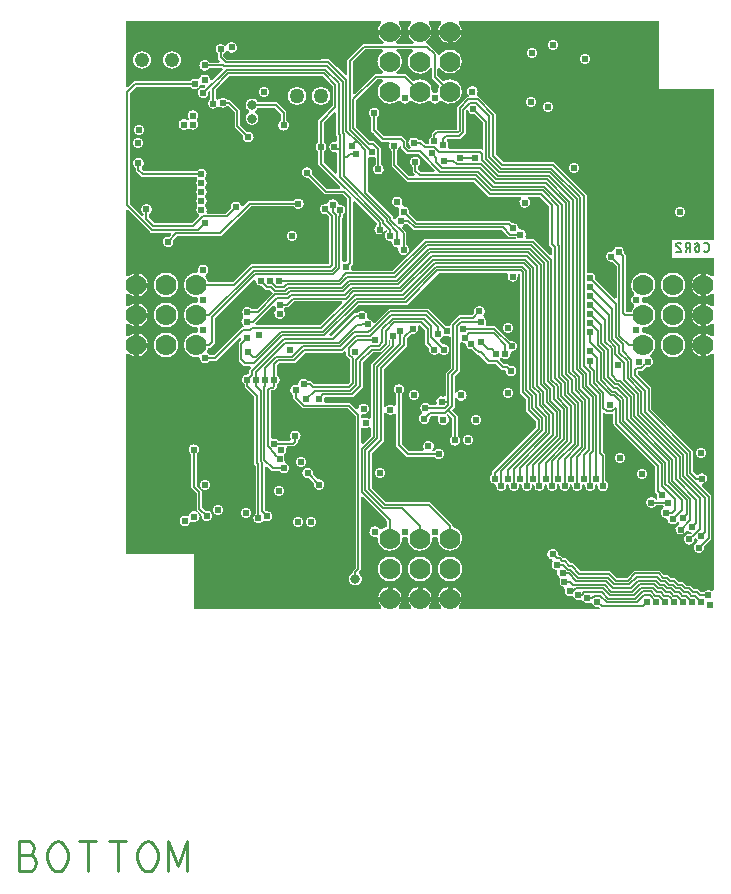
<source format=gbl>
G04 ================== begin FILE IDENTIFICATION RECORD ==================*
G04 Layout Name:  C:/Users/thebh/Desktop/dtf/git/clay/Circuit/R6_1/allegro/CLAYR6.brd*
G04 Film Name:    BOTTOM*
G04 File Format:  Gerber RS274X*
G04 File Origin:  Cadence Allegro 16.6-P004*
G04 Origin Date:  Sat Feb 13 14:58:59 2016*
G04 *
G04 Layer:  ETCH/BOTTOM*
G04 Layer:  PIN/BOTTOM*
G04 Layer:  VIA CLASS/BOTTOM*
G04 *
G04 Offset:    (0.00 0.00)*
G04 Mirror:    No*
G04 Mode:      Positive*
G04 Rotation:  0*
G04 FullContactRelief:  No*
G04 UndefLineWidth:     0.00*
G04 ================== end FILE IDENTIFICATION RECORD ====================*
%FSLAX25Y25*MOIN*%
%IR0*IPPOS*OFA0.00000B0.00000*MIA0B0*SFA1.00000B1.00000*%
%ADD14C,.05*%
%ADD13C,.032*%
%ADD10C,.024*%
%ADD11C,.07*%
%ADD12C,.048*%
%ADD15C,.01*%
%ADD16C,.016*%
%ADD17C,.006*%
%ADD21C,.06004*%
%ADD20C,.06204*%
%ADD19C,.03604*%
%ADD18C,.08204*%
G75*
%LPD*%
G75*
G36*
G01X-75398Y-97999D02*
Y-79798D01*
X-97999D01*
Y-13126D01*
G02X-97317Y-12842I400J0D01*
G03Y-7158I2817J2842D01*
G02X-97999Y-6874I-282J284D01*
G01Y-3126D01*
G02X-97317Y-2842I400J0D01*
G03Y2842I2817J2842D01*
G02X-97999Y3126I-282J284D01*
G01Y6874D01*
G02X-97317Y7158I400J0D01*
G03Y12842I2817J2842D01*
G02X-97999Y13126I-282J284D01*
G01Y34860D01*
G02X-97316Y35143I400J0D01*
G01X-89671Y27498D01*
X-83042D01*
G02X-82759Y26816I0J-400D01*
G01X-83432Y26143D01*
X-83537Y26165D01*
G03X-82135Y24763I-363J-1765D01*
G01X-82157Y24868D01*
X-80727Y26298D01*
X-66229D01*
X-56329Y36198D01*
X-42022D01*
G03Y38002I1560J902D01*
G01X-57075D01*
X-58870Y36207D01*
G02X-59543Y36401I-283J283D01*
G03X-63065Y35637I-1757J-401D01*
G01X-63043Y35532D01*
X-64773Y33802D01*
X-70748D01*
G02X-71121Y34347I0J400D01*
G03X-71481Y36228I-1679J654D01*
G02Y36772I293J272D01*
G03Y39228I-1319J1228D01*
G02Y39772I293J272D01*
G03Y42228I-1319J1228D01*
G02Y42772I293J272D01*
G03Y45228I-1319J1228D01*
G02Y45772I293J272D01*
G03X-74360Y47902I-1319J1228D01*
G01X-91927D01*
X-92661Y48636D01*
G02X-92636Y49224I283J283D01*
G03X-94702Y49040I-1164J1376D01*
G01Y48127D01*
X-92673Y46098D01*
X-74360D01*
G03X-74119Y45772I1560J901D01*
G02Y45228I-293J-272D01*
G03Y42772I1319J-1228D01*
G02Y42228I-293J-272D01*
G03Y39772I1319J-1228D01*
G02Y39228I-293J-272D01*
G03Y36772I1319J-1228D01*
G02Y36228I-293J-272D01*
G03X-73725Y33454I1319J-1228D01*
G02X-73647Y32827I-205J-344D01*
G01X-75973Y30502D01*
X-88427D01*
X-90198Y32273D01*
Y33640D01*
G03X-92002I-902J1560D01*
G01Y33344D01*
G02X-92684Y33061I-400J0D01*
G01X-96598Y36975D01*
Y74127D01*
X-94627Y76098D01*
X-76560D01*
G03X-73241Y76609I1560J902D01*
G02X-72641Y76863I390J-87D01*
G03X-71795Y76600I942J1537D01*
G02X-71533Y75918I-21J-399D01*
G01X-71720Y75731D01*
X-71825Y75753D01*
G03X-70423Y74351I-363J-1765D01*
G01X-70445Y74456D01*
X-70143Y74758D01*
G02X-69801Y74617I142J-141D01*
G01Y72060D01*
G03X-67442Y69440I901J-1560D01*
G02X-66841Y69493I324J-235D01*
G03X-64214Y69626I1251J1297D01*
G02X-63626Y69651I305J-258D01*
G01X-61702Y67727D01*
Y62527D01*
X-58943Y59768D01*
X-58965Y59663D01*
G03X-57563Y61065I1765J-363D01*
G01X-57668Y61043D01*
X-59898Y63273D01*
Y68473D01*
X-63117Y71692D01*
X-64030D01*
G03X-67048Y71850I-1560J-902D01*
G02X-67649Y71797I-324J235D01*
G03X-67998Y72060I-1251J-1297D01*
G01Y75127D01*
X-63512Y79614D01*
X-32286D01*
X-29002Y76329D01*
Y69673D01*
X-33802Y64873D01*
Y57529D01*
G03Y54409I902J-1560D01*
G01Y50127D01*
X-26389Y42714D01*
G02X-26672Y42032I-283J-282D01*
G01X-30858D01*
X-35857Y47031D01*
X-35835Y47137D01*
G03X-37237Y45735I-1765J363D01*
G01X-37132Y45757D01*
X-31604Y40228D01*
X-25733D01*
X-24116Y38612D01*
Y18155D01*
G02X-24550Y17757I-400J1D01*
G03X-25353Y17640I-148J-1796D01*
G02X-25898Y18013I-145J373D01*
G01Y32227D01*
X-25652Y32473D01*
Y33386D01*
G03X-26761Y36736I-902J1560D01*
G02X-27204Y37078I-47J397D01*
G03X-30719Y37328I-1784J-251D01*
G02X-31187Y37047I-385J110D01*
G03X-31199Y33520I-375J-1762D01*
G01X-31094Y33542D01*
X-30102Y32550D01*
Y16973D01*
X-30173Y16902D01*
X-56271D01*
X-62271Y10902D01*
X-70495D01*
X-70535Y11050D01*
G03X-71479Y12775I-3965J-1049D01*
G02X-71369Y13401I294J271D01*
G03X-73955Y14590I-831J1599D01*
G02X-74358Y14100I-389J-91D01*
G03Y5900I-142J-4100D01*
G02X-73955Y5410I14J-399D01*
G03Y4590I1755J-410D01*
G02X-74358Y4100I-389J-91D01*
G03Y-4100I-142J-4100D01*
G02X-73955Y-4590I14J-399D01*
G03Y-5410I1755J-410D01*
G02X-74358Y-5900I-389J-91D01*
G03X-73803Y-14042I-142J-4100D01*
G02X-73336Y-14429I67J-394D01*
G03X-69974Y-15294I1802J36D01*
G01X-67915D01*
X-60180Y-7560D01*
G02X-59498Y-7817I283J-283D01*
G03X-59465Y-8063I1798J116D01*
G01X-59443Y-8168D01*
X-60402Y-9127D01*
Y-15193D01*
X-58593Y-17002D01*
X-56542D01*
G02X-56259Y-17684I0J-400D01*
G01X-56924Y-18349D01*
Y-19405D01*
G02X-57357Y-19803I-400J0D01*
G03X-58408Y-23159I-150J-1796D01*
G01Y-24072D01*
X-55152Y-27328D01*
Y-49698D01*
X-54672Y-50179D01*
Y-66210D01*
G03X-52268Y-68766I902J-1560D01*
G02X-51729Y-68644I333J-221D01*
G03X-51163Y-65335I929J1544D01*
G01X-51268Y-65357D01*
X-51668Y-64957D01*
Y-50752D01*
G02X-50986Y-50469I400J0D01*
G01X-49413Y-52042D01*
X-47757D01*
X-47752Y-52046D01*
X-46839D01*
G03X-44825Y-49401I1560J901D01*
G02X-45092Y-48857I101J387D01*
G03X-45304Y-47074I-1658J707D01*
G02X-45204Y-46502I321J239D01*
G03X-44512Y-44370I-996J1502D01*
G02X-44137Y-43830I375J140D01*
G01X-41806D01*
X-40598Y-42623D01*
Y-41810D01*
G03X-42906Y-41377I-902J1560D01*
G02X-43218Y-42028I-312J-251D01*
G01X-44928D01*
X-44957Y-41998D01*
X-47008D01*
G03X-49204Y-41250I-1543J-931D01*
G02X-49750Y-40877I-146J373D01*
G01Y-25390D01*
X-49517Y-25158D01*
X-48683D01*
X-47598Y-24072D01*
Y-23159D01*
G03Y-20039I-901J1560D01*
G01Y-19126D01*
X-47602Y-19121D01*
Y-16673D01*
X-46931Y-16002D01*
X-41633D01*
X-38133Y-12502D01*
X-25631D01*
X-25184Y-12055D01*
G02X-24502Y-12338I282J-283D01*
G01Y-13543D01*
X-23272Y-14773D01*
Y-22297D01*
X-24087Y-23112D01*
X-35213D01*
X-36227Y-22098D01*
X-37140D01*
G03X-40502Y-22963I-1560J-902D01*
G02X-40992Y-23345I-400J8D01*
G03X-42302Y-26660I-408J-1755D01*
G01Y-27879D01*
X-39079Y-31102D01*
X-24054D01*
X-21402Y-33754D01*
Y-84227D01*
X-22402Y-85227D01*
Y-85991D01*
G03X-20198Y-86224I902J-2009D01*
G02X-20244Y-85619I237J322D01*
G01X-19598Y-84973D01*
Y-60842D01*
G02X-18916Y-60559I400J0D01*
G01X-10902Y-68573D01*
Y-70495D01*
X-11050Y-70535D01*
G03X-12775Y-71479I1049J-3965D01*
G02X-13401Y-71369I-271J294D01*
G03X-14590Y-73955I-1599J-831D01*
G02X-14100Y-74358I91J-389D01*
G03X-5900I4100J-142D01*
G02X-5410Y-73955I399J14D01*
G03X-4590I410J1755D01*
G02X-4100Y-74358I91J-389D01*
G03X4100I4100J-142D01*
G02X4590Y-73955I399J14D01*
G03X5410I410J1755D01*
G02X5900Y-74358I91J-389D01*
G03X11050Y-70535I4100J-142D01*
G01X10902Y-70495D01*
Y-69827D01*
X3375Y-62300D01*
X-11229D01*
X-15998Y-57531D01*
Y-45969D01*
X-11998Y-41969D01*
Y-32870D01*
G02X-11272Y-32640I400J-1D01*
G03X-8543Y-32892I1472J1040D01*
G02X-7864Y-33178I279J-286D01*
G01Y-43595D01*
X-4238Y-47222D01*
X4760D01*
G03Y-45418I1560J902D01*
G01X4113D01*
Y-45135D01*
X4172Y-45077D01*
G03X1399Y-44797I-1272J1277D01*
G02X1066Y-45418I-333J-221D01*
G01X-3492D01*
X-6062Y-42849D01*
Y-26421D01*
G03X-7864I-901J1560D01*
G01Y-30022D01*
G02X-8543Y-30308I-400J0D01*
G03X-11272Y-30560I-1257J-1292D01*
G02X-11998Y-30330I-326J231D01*
G01Y-18071D01*
X-4250Y-10322D01*
Y-7690D01*
X-2835Y-6276D01*
X-2730Y-6298D01*
G03X-688Y-3880I363J1765D01*
G02X-315Y-3334I373J146D01*
G01X-55D01*
X1780Y-5169D01*
Y-9754D01*
X3057Y-11032D01*
X3035Y-11137D01*
G03X6124Y-12722I1765J-363D01*
G02X6722Y-12733I294J-271D01*
G03X7726Y-9794I1367J1174D01*
G01X7621Y-9816D01*
X6584Y-8780D01*
G02X6706Y-8131I283J283D01*
G03X7622Y-7225I-725J1650D01*
G02X8189Y-7045I364J-165D01*
G03X9765Y-7165I911J1555D01*
G02X10312Y-7536I147J-371D01*
G01Y-11313D01*
X10298Y-11327D01*
Y-17527D01*
X8598Y-19227D01*
Y-26890D01*
G02X8035Y-27255I-400J0D01*
G03X5621Y-29553I-735J-1645D01*
G02X5248Y-30098I-373J-145D01*
G01X3460D01*
G03X718Y-32360I-1560J-902D01*
G02X645Y-33014I-263J-302D01*
G03X3265Y-34237I855J-1586D01*
G01X3243Y-34132D01*
X3673Y-33702D01*
X5890D01*
G02X6255Y-34265I0J-400D01*
G03X9191Y-33742I1645J-735D01*
G02X9194Y-33181I286J279D01*
G01X9400Y-32975D01*
X10798Y-34373D01*
Y-40240D01*
G03X12601I901J-1560D01*
G01Y-33627D01*
X10675Y-31700D01*
X11602Y-30773D01*
Y-28070D01*
G02X12328Y-27840I400J-1D01*
G03Y-25760I1472J1040D01*
G02X11602Y-25530I-326J231D01*
G01Y-20471D01*
X13302Y-18771D01*
Y-12571D01*
X13316Y-12557D01*
Y-9335D01*
G02X13939Y-9003I400J0D01*
G03X14820Y-9306I1007J1495D01*
G02X15192Y-9704I-28J-399D01*
G03X17357Y-11465I1802J4D01*
G01X17462Y-11443D01*
X18106Y-12086D01*
X18112D01*
X19389Y-13364D01*
X19891D01*
X22759Y-16232D01*
X25457D01*
X27401Y-18176D01*
X28247D01*
G02X28645Y-18609I0J-400D01*
G03X30078Y-16994I1796J-150D01*
G01X29973Y-17016D01*
X29329Y-16372D01*
X28147D01*
X26639Y-14864D01*
G02X26664Y-14276I283J283D01*
G03X26714Y-14231I-1180J1362D01*
G02X27259Y-14237I269J-296D01*
G03X30282Y-12661I1241J1307D01*
G02X30681Y-12202I395J59D01*
G03X30337Y-8635I19J1802D01*
G01X30232Y-8657D01*
X25212Y-3638D01*
X22315D01*
G02X21958Y-3058I0J400D01*
G03X21271Y-700I-1610J810D01*
G02X21189Y-77I204J344D01*
G03X18135Y819I-1289J1259D01*
G01X18157Y714D01*
X17297Y-146D01*
X12964D01*
X10312Y-2798D01*
Y-3444D01*
G02X9765Y-3815I-400J0D01*
G03X8736Y-3725I-665J-1675D01*
G01X8631Y-3747D01*
X2815Y2068D01*
X-10404D01*
X-15096Y-2623D01*
G02X-15750Y-2490I-283J283D01*
G03X-17219Y-1371I-1672J-672D01*
G02X-17560Y-870I45J397D01*
G03X-20860Y502I-1740J470D01*
G01X-21773D01*
X-29373Y-7098D01*
X-29858D01*
G02X-30141Y-6416I0J400D01*
G01X-20366Y3360D01*
X-4366D01*
X6273Y13998D01*
X28948D01*
G02X29321Y13453I0J-400D01*
G03X32679I1679J-653D01*
G02X33052Y13998I373J145D01*
G01X33227D01*
X33398Y13827D01*
Y-25937D01*
X35410Y-27949D01*
Y-31939D01*
X38698Y-35227D01*
Y-37627D01*
X24198Y-52127D01*
Y-52940D01*
G03X25033Y-56301I902J-1560D01*
G02X25415Y-56755I-14J-400D01*
G03X28944Y-56546I1785J-245D01*
G02X29154Y-56296I193J51D01*
G03X29233Y-56301I153J1796D01*
G02X29615Y-56755I-14J-400D01*
G03X33144Y-56546I1785J-245D01*
G02X33354Y-56296I193J51D01*
G03X33515Y-56302I148J1796D01*
G02X33915Y-56756I4J-400D01*
G03X37444Y-56546I1785J-244D01*
G02X37654Y-56296I193J51D01*
G03X37733Y-56301I153J1796D01*
G02X38115Y-56755I-14J-400D01*
G03X41644Y-56546I1785J-245D01*
G02X41854Y-56296I193J51D01*
G03X41933Y-56301I153J1796D01*
G02X42315Y-56755I-14J-400D01*
G03X45844Y-56546I1785J-245D01*
G02X46054Y-56296I193J51D01*
G03X46133Y-56301I153J1796D01*
G02X46515Y-56755I-14J-400D01*
G03X50044Y-56546I1785J-245D01*
G02X50254Y-56296I193J51D01*
G03X50333Y-56301I153J1796D01*
G02X50715Y-56755I-14J-400D01*
G03X54252Y-56577I1785J-245D01*
G02X54471Y-56331I194J48D01*
G03X54629Y-56345I238J1786D01*
G02X55010Y-56791I-16J-399D01*
G03X58544Y-56546I1790J-209D01*
G02X58754Y-56296I193J51D01*
G03X58833Y-56301I153J1796D01*
G02X59215Y-56755I-14J-400D01*
G03X61902Y-55440I1785J-245D01*
G01Y-46627D01*
X61002Y-45727D01*
Y-32912D01*
G02X61684Y-32629I400J0D01*
G01X62057Y-33002D01*
X64498D01*
Y-36369D01*
X64598Y-36469D01*
Y-36673D01*
X78484Y-50558D01*
Y-59058D01*
X79057Y-59632D01*
X79035Y-59737D01*
G03X79238Y-60999I1765J-363D01*
G02X78892Y-61598I-347J-199D01*
G01X78764D01*
X78705Y-61509D01*
G03X78760Y-63402I-1505J-991D01*
G01X81040D01*
G03X81281Y-63727I1559J904D01*
G02X81190Y-64345I-293J-273D01*
G03X82098Y-67702I910J-1555D01*
G02X82498Y-68102I0J-400D01*
G03X85758Y-69159I1802J2D01*
G02X86357Y-69105I323J-236D01*
G03X86421Y-69163I1242J1306D01*
G02X86312Y-69835I-262J-302D01*
G03X88710Y-72069I688J-1665D01*
G02X89391Y-71933I379J-127D01*
G03X90398Y-72517I1359J1183D01*
G01X90457Y-72529D01*
X90642Y-72713D01*
X90283Y-73072D01*
X90178Y-73050D01*
G03X91580Y-74452I-363J-1765D01*
G01X91558Y-74347D01*
X91858Y-74046D01*
X92037Y-74225D01*
X92051Y-74275D01*
G03X92602Y-75144I1734J490D01*
G02X92466Y-75825I-263J-302D01*
G03X94800Y-77172I569J-1710D01*
G01X94778Y-77067D01*
X97216Y-74628D01*
Y-60152D01*
X94028Y-56963D01*
G02X94254Y-56284I283J283D01*
G03X92658Y-53298I-254J1784D01*
G02X92077Y-53314I-298J267D01*
G01X91102Y-52339D01*
Y-45345D01*
X77202Y-31445D01*
Y-24335D01*
X72614Y-19747D01*
Y-18673D01*
X72685Y-18602D01*
X74243D01*
X74858Y-17986D01*
X74888D01*
X75532Y-17343D01*
X75637Y-17365D01*
G03X76889Y-14033I362J1765D01*
G02X76857Y-13357I197J348D01*
G03X74358Y-5900I-2357J3357D01*
G02X73955Y-5410I-14J399D01*
G03Y-4590I-1755J410D01*
G02X74358Y-4100I389J91D01*
G03Y4100I142J4100D01*
G02X73955Y4590I-14J399D01*
G03Y5410I-1755J410D01*
G02X74358Y5900I389J91D01*
G03X71479Y7225I142J4100D01*
G02X71369Y6599I-294J-271D01*
G03Y3401I831J-1599D01*
G02X71479Y2775I-184J-355D01*
G03X70535Y1050I3021J-2774D01*
G01X70495Y902D01*
X68772D01*
X68650Y1024D01*
Y20002D01*
X68006Y20646D01*
X68028Y20751D01*
G03X64502Y21495I-1765J363D01*
G02X64054Y21184I-391J85D01*
G03X64163Y17635I-254J-1784D01*
G01X64268Y17657D01*
X65646Y16279D01*
Y5694D01*
G02X64964Y5411I-400J0D01*
G01X58543Y11832D01*
X58565Y11937D01*
G03X56147Y13979I-1765J363D01*
G02X55602Y14352I-145J373D01*
G01Y40073D01*
X44773Y50902D01*
X27903D01*
X25332Y53473D01*
Y67141D01*
X19671Y72802D01*
X19278D01*
G02X18955Y73437I0J400D01*
G03X16305Y73151I-1455J1063D01*
G01X16372Y73091D01*
Y72802D01*
X15829D01*
X12398Y69371D01*
Y61873D01*
X12327Y61802D01*
X5294D01*
X3998Y60506D01*
Y59593D01*
G03X3220Y57381I902J-1560D01*
G02X2847Y56836I-373J-145D01*
G01X2038D01*
X473Y58402D01*
X-440D01*
G03X-3161Y56121I-1560J-903D01*
G02X-3418Y55416I-258J-305D01*
G01X-3541D01*
X-4498Y56373D01*
Y58173D01*
X-5927Y59602D01*
X-11827D01*
X-14298Y62073D01*
Y65740D01*
G03X-16102I-902J1560D01*
G01Y61327D01*
X-12573Y57798D01*
X-10408D01*
G02X-10062Y57199I-1J-400D01*
G03X-9402Y54740I1562J-899D01*
G01Y49627D01*
X-4273Y44498D01*
X18029D01*
X23029Y39498D01*
X33486D01*
G02X33761Y38808I0J-400D01*
G03X36239I1239J-1308D01*
G02X36514Y39498I275J290D01*
G01X40043D01*
X43198Y36343D01*
Y23225D01*
X44198Y22225D01*
Y20126D01*
G02X43516Y19843I-400J0D01*
G01X37957Y25402D01*
X35506D01*
G02X35149Y25983I-1J400D01*
G03X33426Y28598I-1606J817D01*
G02X33000Y28980I-26J399D01*
G03X30837Y30665I-1800J-80D01*
G01X30732Y30643D01*
X30073Y31302D01*
X-827D01*
X-3557Y34032D01*
X-3535Y34137D01*
G03X-5500Y36291I-1765J363D01*
G02X-5899Y36872I-44J397D01*
G03X-7300Y35909I-1601J828D01*
G02X-6901Y35328I44J-397D01*
G03X-6863Y33604I1601J-827D01*
G02X-7045Y33041I-347J-199D01*
G03X-7981Y32050I745J-1641D01*
G02X-8637Y31911I-373J144D01*
G01X-8898Y32173D01*
Y32867D01*
X-17198Y41167D01*
Y52420D01*
G02X-16645Y52789I400J0D01*
G03X-15261I692J1664D01*
G02X-14708Y52420I153J-369D01*
G01Y50122D01*
G03X-12905I902J-1560D01*
G01Y55649D01*
X-15257Y58002D01*
X-16529D01*
X-21198Y62671D01*
Y71535D01*
X-14123Y78598D01*
X-12567D01*
G02X-12339Y77870I0J-400D01*
G03X-7225Y71479I2339J-3370D01*
G02X-6599Y71369I271J-294D01*
G03X-3401I1599J831D01*
G02X-2775Y71479I355J-184D01*
G03X2775I2775J3021D01*
G02X3401Y71369I271J-294D01*
G03X6599I1599J831D01*
G02X7225Y71479I355J-184D01*
G03X7939Y78047I2775J3021D01*
G01X7806Y77969D01*
X5902Y79873D01*
Y81933D01*
G02X6630Y82161I400J0D01*
G03Y86839I3370J2339D01*
G02X5902Y87067I-328J228D01*
G01Y87374D01*
X2874Y90402D01*
X2387D01*
G02X2170Y91138I0J400D01*
G03X2842Y97317I-2170J3362D01*
G02X3126Y97999I284J282D01*
G01X6874D01*
G02X7158Y97317I0J-400D01*
G03X12842I2842J-2817D01*
G02X13126Y97999I284J282D01*
G01X79798D01*
Y75398D01*
X97999D01*
Y25002D01*
X84198D01*
Y19066D01*
X97999D01*
Y13126D01*
G02X97317Y12842I-400J0D01*
G03Y7158I-2817J-2842D01*
G02X97999Y6874I282J-284D01*
G01Y3126D01*
G02X97317Y2842I-400J0D01*
G03Y-2842I-2817J-2842D01*
G02X97999Y-3126I282J-284D01*
G01Y-6874D01*
G02X97317Y-7158I-400J0D01*
G03Y-12842I-2817J-2842D01*
G02X97999Y-13126I282J-284D01*
G01Y-91700D01*
G02X97345Y-92009I-400J0D01*
G03X94639Y-92498I-1146J-1391D01*
G01X93873D01*
X92773Y-91398D01*
X91369D01*
X90169Y-90198D01*
X88867D01*
X87667Y-88998D01*
X86365D01*
X85165Y-87798D01*
X83863D01*
X82663Y-86598D01*
X81361D01*
X79961Y-85198D01*
X71433D01*
X68933Y-87698D01*
X65767D01*
X63467Y-85398D01*
X53594D01*
X50957Y-82762D01*
X50229D01*
X48632Y-81164D01*
X47877D01*
X46977Y-80264D01*
X46482D01*
G02X46083Y-79844I0J400D01*
G03X44037Y-81536I-1800J93D01*
G02X44300Y-82175I-55J-396D01*
G03X45520Y-85055I1434J-1091D01*
G02X45857Y-85563I-48J-397D01*
G03X46547Y-87534I1731J-500D01*
G02X46658Y-88067I-231J-326D01*
G03X47998Y-90791I1542J-933D01*
G02X48325Y-91336I-45J-397D01*
G03X50703Y-93659I1675J-664D01*
G02X51230Y-93877I156J-368D01*
G03X53603Y-94859I1670J677D01*
G02X54130Y-95077I156J-368D01*
G03X56847Y-95867I1670J677D01*
G02X57464Y-96085I232J-325D01*
G03X59563Y-97365I1736J485D01*
G01X59668Y-97343D01*
X59983Y-97658D01*
G02X59841Y-97999I-142J-141D01*
G01X13126D01*
G02X12842Y-97317I0J400D01*
G03X7158I-2842J2817D01*
G02X6874Y-97999I-284J-282D01*
G01X3126D01*
G02X2842Y-97317I0J400D01*
G03X-2842I-2842J2817D01*
G02X-3126Y-97999I-284J-282D01*
G01X-6874D01*
G02X-7158Y-97317I0J400D01*
G03X-12842I-2842J2817D01*
G02X-13126Y-97999I-284J-282D01*
G01X-75398D01*
G37*
G36*
G01X-97316Y75959D02*
G02X-97999Y76242I-283J283D01*
G01Y97999D01*
X-13126D01*
G02X-12842Y97317I0J-400D01*
G03X-12170Y91138I2842J-2817D01*
G02X-12387Y90402I-217J-336D01*
G01X-18873D01*
X-24202Y85073D01*
Y80242D01*
G02X-24884Y79959I-400J0D01*
G01X-30127Y85202D01*
X-32873D01*
X-32973Y85102D01*
X-64327D01*
X-65466Y86240D01*
Y87007D01*
G03X-64703Y87876I-901J1560D01*
G02X-64037Y87991I369J-153D01*
G03X-64364Y89891I1337J1208D01*
G02X-65030Y89776I-369J153D01*
G03X-67269Y87007I-1336J-1209D01*
G01Y85494D01*
X-66559Y84784D01*
G02X-66842Y84102I-283J-282D01*
G01X-70140D01*
G03Y82298I-1560J-902D01*
G01X-65773D01*
X-65463Y81988D01*
X-69218Y78233D01*
G02X-69900Y78495I-283J283D01*
G03X-73459Y78791I-1800J-94D01*
G02X-74059Y78537I-390J87D01*
G03X-76560Y77902I-941J-1537D01*
G01X-95373D01*
X-97316Y75959D01*
G37*
G36*
G01X-59268Y-4098D02*
X-68661Y-13492D01*
X-69974D01*
G03X-70828Y-12735I-1561J-900D01*
G02X-71011Y-12157I157J368D01*
G03X-70535Y-11050I-3489J2156D01*
G01X-70495Y-10902D01*
X-69827D01*
X-68198Y-9273D01*
Y-971D01*
X-55485Y11742D01*
G02X-54802Y11460I283J-283D01*
G03X-52637Y9696I1802J1D01*
G01X-52532Y9718D01*
X-51958Y9144D01*
X-51889D01*
X-51243Y8498D01*
X-49971D01*
X-48874Y7401D01*
X-54373Y1902D01*
X-55940D01*
G03X-58770Y-278I-1560J-902D01*
G02X-58806Y-878I-282J-284D01*
G03X-58785Y-3739I1106J-1422D01*
G01X-58705Y-3799D01*
Y-4098D01*
X-59268D01*
G37*
G36*
G01X-54841Y-2816D02*
X-48888Y3137D01*
G02X-48223Y2972I283J-283D01*
G03X-47856Y2314I1722J529D01*
G02X-47893Y1751I-302J-263D01*
G03X-45344Y1586I1192J-1351D01*
G02X-45307Y2149I302J263D01*
G03X-44940Y2598I-1194J1350D01*
G01X-43927D01*
X-41927Y4599D01*
X-26038D01*
G02X-25755Y3916I0J-400D01*
G01X-33169Y-3498D01*
X-54558D01*
G02X-54841Y-2816I0J400D01*
G37*
G36*
G01X-18916Y-42941D02*
G02X-19598Y-42658I-282J283D01*
G01Y-37890D01*
G02X-18993Y-37547I400J0D01*
G03X-16868Y-37343I924J1547D01*
G02X-16202Y-37642I266J-299D01*
G01Y-40227D01*
X-18916Y-42941D01*
G37*
G36*
G01X-16868Y-34657D02*
G03X-18993Y-34453I-1201J-1343D01*
G02X-19598Y-34110I-205J343D01*
G01Y-33445D01*
G02X-19108Y-33055I400J0D01*
G03X-20497Y-31172I408J1755D01*
G02X-21179Y-31427I-399J28D01*
G01X-23308Y-29298D01*
X-31674D01*
G02X-32030Y-28717I0J400D01*
G03X-31840Y-27749I-1606J818D01*
G02X-31442Y-27316I398J33D01*
G01X-22241D01*
X-19048Y-24123D01*
X-19049Y-15794D01*
X-18998Y-15743D01*
Y-15741D01*
X-15659Y-12402D01*
X-12859D01*
X-10398Y-9941D01*
Y-8558D01*
G02X-10082Y-8395I200J0D01*
G03X-9938Y-8487I1041J1471D01*
G01Y-10066D01*
X-16202Y-16329D01*
Y-34358D01*
G02X-16868Y-34657I-400J0D01*
G37*
G36*
G01X1543Y25402D02*
X-9096Y14762D01*
X-22648D01*
G02X-23021Y15308I0J400D01*
G03X-22935Y16324I-1679J654D01*
G01X-22957Y16429D01*
X-22314Y17073D01*
Y37673D01*
G02X-21631Y37956I400J0D01*
G01X-14302Y30627D01*
Y30060D01*
G03X-11659Y28035I902J-1560D01*
G02X-11043Y28259I386J-103D01*
G01X-10808Y28024D01*
Y28006D01*
X-10947Y27867D01*
X-10960Y27858D01*
G03X-9818Y24600I1060J-1458D01*
G02X-9400Y24218I18J-400D01*
G03X-7572Y22498I1800J82D01*
G02X-7172Y22026I7J-400D01*
G03X-4498Y23260I1772J-326D01*
G01Y27773D01*
X-5789Y29063D01*
G02X-5650Y29719I283J283D01*
G03X-4740Y30498I-650J1681D01*
G01X-4271D01*
X-2071Y28298D01*
X27364D01*
X29764Y25898D01*
X31983D01*
G03X32100Y25721I1559J903D01*
G01X32139Y25602D01*
G02X31939Y25402I-200J0D01*
G01X1543D01*
G37*
G36*
G01X-28144Y47019D02*
X-31998Y50873D01*
Y54409D01*
G03Y57529I-902J1560D01*
G01Y64127D01*
X-28484Y67641D01*
G02X-27802Y67358I282J-283D01*
G01Y59933D01*
X-27462Y59593D01*
Y58107D01*
G02X-27977Y57725I-400J1D01*
G03Y54275I-523J-1725D01*
G02X-27462Y53893I115J-383D01*
G01Y47302D01*
G02X-28144Y47019I-400J0D01*
G37*
G36*
G01X-22398Y73849D02*
Y84327D01*
X-18127Y88598D01*
X-12567D01*
G02X-12339Y87870I0J-400D01*
G03Y81130I2339J-3370D01*
G02X-12567Y80402I-228J-328D01*
G01X-14869D01*
X-21716Y73566D01*
G02X-22398Y73849I-282J283D01*
G37*
G36*
G01X-3527Y46302D02*
X-7598Y50373D01*
Y54740D01*
G03X-6701Y56194I-902J1560D01*
G01X-6690Y56382D01*
X-6302D01*
Y55627D01*
X-4287Y53612D01*
X-387D01*
X5041Y48184D01*
G02X4758Y47502I-283J-282D01*
G01X373D01*
X-598Y48473D01*
Y49440D01*
G03X-2402I-902J1560D01*
G01Y47727D01*
X-1659Y46984D01*
G02X-1942Y46302I-283J-282D01*
G01X-3527D01*
G37*
G36*
G01X4098Y79127D02*
X6531Y76694D01*
X6453Y76561D01*
G03X5900Y74358I3547J-2061D01*
G02X5410Y73955I-399J-14D01*
G03X4590I-410J-1755D01*
G02X4100Y74358I-91J389D01*
G03X-2061Y78047I-4100J142D01*
G01X-2194Y77969D01*
X-4627Y80402D01*
X-7433D01*
G02X-7661Y81130I0J400D01*
G03Y87870I-2339J3370D01*
G02X-7433Y88598I228J328D01*
G01X-2567D01*
G02X-2339Y87870I0J-400D01*
G03X3370Y82161I2339J-3370D01*
G02X4098Y81933I328J-228D01*
G01Y79127D01*
G37*
G36*
G01X-7830Y91138D02*
G03X-7158Y97317I-2170J3362D01*
G02X-6874Y97999I284J282D01*
G01X-3126D01*
G02X-2842Y97317I0J-400D01*
G03X-2170Y91138I2842J-2817D01*
G02X-2387Y90402I-217J-336D01*
G01X-7613D01*
G02X-7830Y91138I0J400D01*
G37*
G36*
G01X13571Y58798D02*
X15402Y60629D01*
Y68127D01*
X15826Y68551D01*
X16012Y68364D01*
X16023Y68301D01*
G03X18163Y66835I1777J299D01*
G01X18268Y66857D01*
X21128Y63997D01*
Y55259D01*
G02X20787Y55118I-200J0D01*
G01X20603Y55302D01*
X9810D01*
G02X9445Y55865I0J400D01*
G03X8964Y57976I-1645J735D01*
G02X8939Y58564I258J305D01*
G01X9173Y58798D01*
X13571D01*
G37*
%LPC*%
G75*
G36*
G01X-76828Y62181D02*
G03X-77372I-272J-293D01*
G02Y64819I-1228J1319D01*
G03X-76828I272J293D01*
G02X-76793Y64850I1212J-1333D01*
G03Y65150I-133J150D01*
G02X-74281Y65272I1193J1350D01*
G03Y64728I293J-272D01*
G02X-76828Y62181I-1319J-1228D01*
G37*
G36*
G01X-35308Y-56067D02*
X-36917Y-54458D01*
X-37022Y-54480D01*
G02X-35620Y-53078I-363J1765D01*
G01X-35642Y-53183D01*
X-34033Y-54792D01*
X-33928Y-54770D01*
G02X-35330Y-56172I363J-1765D01*
G01X-35308Y-56067D01*
G37*
G36*
G01X-44498Y64760D02*
G02X-46302I-902J-1560D01*
G01Y67127D01*
X-48273Y69098D01*
X-53891D01*
G02X-54794Y68096I-2009J902D01*
G03Y67404I201J-346D01*
G02X-57006I-1106J-1904D01*
G03Y68096I-201J346D01*
G02X-53891Y70902I1106J1904D01*
G01X-47527D01*
X-44498Y67873D01*
Y64760D01*
G37*
G36*
G01X-71388Y-65210D02*
G02X-72790Y-66612I363J-1765D01*
G01X-72768Y-66507D01*
X-74402Y-64873D01*
Y-59473D01*
X-76202Y-57673D01*
Y-46460D01*
G02X-74398I902J1560D01*
G01Y-56927D01*
X-72598Y-58727D01*
Y-64127D01*
X-71493Y-65232D01*
X-71388Y-65210D01*
G37*
G36*
G01X-76563Y-69078D02*
G02X-77530Y-67083I-1762J378D01*
G03X-76962Y-66808I177J359D01*
G02X-73985Y-65855I1762J-378D01*
G01X-73863Y-65966D01*
X-73869Y-65971D01*
G02X-75995Y-68803I-1331J-1215D01*
G03X-76563Y-69078I-177J-359D01*
G37*
G54D21*
X-82600Y84900D03*
X-92600D03*
G54D20*
X-32963Y73164D03*
X-40837D03*
G54D19*
X-93757Y61700D03*
X-93800Y57300D03*
X-67100Y-65000D03*
X-71500Y-56700D03*
X-57917Y-65860D03*
X-52025Y74225D03*
X-36100Y-69100D03*
X-40600Y-69000D03*
X-39600Y-48950D03*
X-46800Y-58500D03*
X-42600Y26375D03*
X-13400Y-52800D03*
X-2075Y-26725D03*
X18800Y-34900D03*
X16000Y-41500D03*
X29465Y-26000D03*
X29500Y-4216D03*
X42700Y69300D03*
X37200Y71000D03*
X37500Y87500D03*
X44500Y90100D03*
X51300Y49100D03*
X55200Y85200D03*
X66744Y-47625D03*
X74191Y-53000D03*
X93900Y-45900D03*
X86700Y34500D03*
G54D18*
X-84500Y-10000D03*
Y0D03*
Y10000D03*
X0Y-84500D03*
X-10000D03*
X10000D03*
X84500Y-10000D03*
Y0D03*
Y10000D03*
%LPD*%
G75*
G54D10*
X-96500Y-76300D03*
X-90500Y-78500D03*
X-87500D03*
X-84500D03*
X-96500Y-73300D03*
X-93500D03*
X-96500Y-70300D03*
Y-67300D03*
Y-64300D03*
Y-61300D03*
X-90500Y-73300D03*
X-87500D03*
X-84500D03*
X-85100Y-53200D03*
X-89000Y-46000D03*
X-96500Y-58300D03*
Y-52300D03*
Y-49300D03*
Y-55300D03*
Y-46300D03*
Y-43300D03*
X-84900Y-38400D03*
X-96500Y-40300D03*
Y-37300D03*
Y-31300D03*
Y-28300D03*
X-93500D03*
X-90500D03*
X-87500D03*
X-84500D03*
X-96500Y-34300D03*
X-85800Y31700D03*
X-90100Y38300D03*
X-83900Y24400D03*
X-91100Y35200D03*
X-90100Y41300D03*
Y44300D03*
X-93800Y50600D03*
X-86400Y53900D03*
X-90400Y49500D03*
X-95400Y54300D03*
X-93757Y61700D03*
X-93800Y57300D03*
X-94800Y67700D03*
Y70700D03*
X-86400Y61100D03*
X-84600Y57500D03*
X-94800Y64700D03*
Y73700D03*
X-91800D03*
X-88800D03*
X-85800D03*
X-70900Y-96100D03*
X-74000Y-96000D03*
Y-93000D03*
Y-81000D03*
Y-84000D03*
Y-87000D03*
Y-90000D03*
X-75500Y-78500D03*
X-72500D03*
X-69500D03*
X-81500D03*
X-78500D03*
X-71025Y-66975D03*
X-67100Y-65000D03*
X-75200Y-67186D03*
X-78325Y-68700D03*
X-78500Y-73300D03*
X-77176Y-60000D03*
X-81500Y-73300D03*
X-75300Y-44900D03*
X-71500Y-56700D03*
X-73200Y-49000D03*
X-80700Y-44300D03*
X-83000Y-32000D03*
X-81500Y-28300D03*
X-78500D03*
X-75500D03*
X-68700Y-31300D03*
Y-34300D03*
Y-28300D03*
X-71534Y-14393D03*
X-72200Y5000D03*
Y-5000D03*
X-79700Y5100D03*
X-79800Y-5000D03*
X-72200Y15000D03*
X-82800Y31700D03*
X-79800D03*
X-76800D03*
X-72800Y35000D03*
Y38000D03*
X-71588Y30609D03*
X-72800Y41000D03*
Y44000D03*
Y47000D03*
X-67800Y43700D03*
Y46700D03*
X-82800Y53900D03*
X-75600Y66500D03*
Y63500D03*
X-78600D03*
X-68900Y70500D03*
X-73800Y70700D03*
X-67800Y67700D03*
X-70800D03*
X-82800Y61100D03*
X-71700Y83200D03*
Y78400D03*
X-72188Y73988D03*
X-75000Y77000D03*
X-82800Y73700D03*
X-79800D03*
X-76800D03*
X-60900Y-96100D03*
X-66500Y-78500D03*
X-63500D03*
X-60500D03*
X-57500D03*
X-54500D03*
X-51500D03*
X-50800Y-67100D03*
X-53770Y-67770D03*
X-57917Y-65860D03*
X-58300Y-70300D03*
X-58700Y-54100D03*
X-65700Y-32300D03*
X-62700D03*
X-59700D03*
X-56700D03*
X-51499Y-21607D03*
X-54507Y-21614D03*
X-57507Y-21599D03*
X-57350Y-12235D03*
X-57500Y1000D03*
X-57700Y-2300D03*
Y-7700D03*
X-53500Y-6750D03*
X-53000Y11461D03*
X-55700Y8900D03*
X-61300Y36000D03*
X-54600Y32500D03*
X-64800Y46700D03*
X-58800D03*
Y49700D03*
Y52700D03*
X-52800Y55700D03*
X-55800D03*
X-58800D03*
X-61800Y46700D03*
X-57200Y59300D03*
X-65590Y70790D03*
X-64800Y67700D03*
X-66367Y88567D03*
X-62700Y89200D03*
X-52025Y74225D03*
X-45900Y-96100D03*
X-48500Y-78500D03*
X-45500D03*
X-42500D03*
X-39500D03*
X-36500D03*
X-36100Y-69100D03*
X-40600Y-69000D03*
X-49200Y-63500D03*
X-34400Y-59600D03*
X-43700Y-69000D03*
X-46750Y-48150D03*
X-45279Y-51145D03*
X-39600Y-48950D03*
X-46200Y-45000D03*
X-46800Y-58500D03*
X-37385Y-52715D03*
X-48551Y-42929D03*
X-39700Y-57500D03*
X-42700Y-53200D03*
X-36600Y-49600D03*
X-37836Y-28100D03*
X-41500Y-40250D03*
X-45551Y-32300D03*
X-42551D03*
X-39551D03*
X-36551D03*
X-48551D03*
X-48499Y-21599D03*
X-38700Y-23000D03*
X-43400Y-11600D03*
X-41400Y-25100D03*
X-46500Y3500D03*
X-46700Y400D03*
X-42200Y-1300D03*
X-47000Y11500D03*
X-50000D03*
X-43000Y18100D03*
X-42600Y26375D03*
X-40462Y37100D03*
X-46800Y55700D03*
X-49800D03*
X-37600Y47500D03*
X-41700Y48100D03*
X-45400Y63200D03*
X-39100Y94100D03*
X-49100D03*
X-23400Y-96100D03*
X-33500Y-78500D03*
X-30500D03*
X-27500D03*
X-24500D03*
X-23000Y-60500D03*
Y-63500D03*
Y-66500D03*
X-24500Y-69500D03*
Y-72500D03*
Y-75500D03*
X-33565Y-56535D03*
X-32400Y-49400D03*
X-23000Y-45500D03*
Y-48500D03*
Y-51500D03*
Y-54500D03*
Y-57500D03*
X-33636Y-27899D03*
X-18700Y-31300D03*
X-18069Y-36000D03*
X-18200Y-39600D03*
X-33551Y-32300D03*
X-30551D03*
X-27551D03*
X-24551D03*
X-24500Y-36500D03*
Y-39500D03*
X-23000Y-42500D03*
X-17600Y-28200D03*
X-21500Y-12300D03*
X-17422Y-3162D03*
X-19300Y-400D03*
X-30100Y2400D03*
X-24700Y15961D03*
X-28988Y36827D03*
X-26554Y34946D03*
X-31562Y35285D03*
X-21000Y33500D03*
X-21191Y53621D03*
X-32900Y55969D03*
X-28500Y56000D03*
X-22500Y56500D03*
X-30500Y63100D03*
X-18000Y82900D03*
X-24100Y94100D03*
X-5000Y-80100D03*
Y-72200D03*
X-15000D03*
X-17300Y-66200D03*
X-13400Y-52800D03*
X-10400D03*
X-9800Y-31600D03*
X-2075Y-26725D03*
X-3100Y-33000D03*
X-6963Y-24861D03*
X-14874Y-8200D03*
X-6567Y-5224D03*
X-2367Y-4533D03*
X-9037Y-6927D03*
X-15400Y1000D03*
X-5400Y21700D03*
X-16300Y21400D03*
X-7600Y24300D03*
X-6300Y31400D03*
X-5300Y34500D03*
X-7500Y37700D03*
X-13400Y28500D03*
X-9900Y26400D03*
X-4700Y38900D03*
X-8500Y56300D03*
X-1500Y51000D03*
X-13806Y48562D03*
X-15953Y54453D03*
X-16000Y51200D03*
X-11500Y53300D03*
X-15200Y67300D03*
X-2000Y57500D03*
X-5000Y72200D03*
X-16200Y59600D03*
X-15500Y70300D03*
X-4900Y82000D03*
X14300Y-78400D03*
X4700Y-80100D03*
X5000Y-72200D03*
X6320Y-46320D03*
X2900Y-43800D03*
X7900Y-35000D03*
X13800Y-26800D03*
X1500Y-34600D03*
X11700Y-41800D03*
X1900Y-31000D03*
X7300Y-28900D03*
X13800Y-34600D03*
X1000Y-26800D03*
X2900Y-40800D03*
X4800Y-11500D03*
X8089Y-11559D03*
X1100Y-12300D03*
X14945Y-7508D03*
X5981Y-6481D03*
X9099Y-5490D03*
X14514Y-4539D03*
X15300Y9100D03*
X9600Y34400D03*
X13450Y52300D03*
X8000Y51500D03*
X3935Y53835D03*
X1800Y48900D03*
X4900Y58033D03*
X7800Y56600D03*
X5000Y72200D03*
X11000Y57200D03*
X13700Y79400D03*
X2600D03*
X29300Y-90400D03*
X26300D03*
Y-87400D03*
X23300Y-84400D03*
X20300D03*
Y-81400D03*
X17300Y-78400D03*
X29300Y-54500D03*
X25100D03*
X27200Y-57000D03*
X31400D03*
X22100Y-50500D03*
X18800Y-34900D03*
X16000Y-41500D03*
X17100Y-26900D03*
X22200Y-28475D03*
X28500Y-12930D03*
X29465Y-26000D03*
X30700Y-10400D03*
X25500Y-12900D03*
X30441Y-18759D03*
X22200Y-19825D03*
X27100Y-19300D03*
X29565Y-22600D03*
X29500Y-4216D03*
X20300Y-8900D03*
X16994Y-9700D03*
X20348Y-2248D03*
X19900Y1182D03*
X31500Y4425D03*
X31000Y12800D03*
X31200Y28900D03*
X18400Y52300D03*
X29000Y52100D03*
X27200Y54600D03*
X17800Y68600D03*
X27200Y69600D03*
Y57600D03*
Y60600D03*
Y63600D03*
Y66600D03*
Y72600D03*
X17500Y74500D03*
X27200Y84800D03*
Y87800D03*
Y90800D03*
Y93800D03*
X30200Y96800D03*
X27200D03*
X35300Y-96400D03*
X32300D03*
Y-93400D03*
X48200Y-89000D03*
X47588Y-86063D03*
X44283Y-79751D03*
X45734Y-83266D03*
X48300Y-57000D03*
X35700D03*
X42000Y-54500D03*
X33500D03*
X44100Y-57000D03*
X39900D03*
X46200Y-54500D03*
X37800D03*
X33543Y26800D03*
X35000Y37500D03*
Y34500D03*
X42000Y33900D03*
X48200Y56200D03*
X48300Y52100D03*
X45300D03*
X42300D03*
X39300D03*
X36300D03*
X33300D03*
X42700Y69300D03*
X37200Y71000D03*
X34500Y63600D03*
X42400Y60800D03*
X37500Y87500D03*
X45400Y80000D03*
X39100Y73900D03*
X44500Y90100D03*
X48200Y96800D03*
X39200D03*
X33200D03*
X36200D03*
X42200D03*
X45200D03*
X55800Y-94400D03*
X59200Y-95600D03*
X52900Y-93200D03*
X50000Y-92000D03*
X61000Y-62900D03*
Y-57000D03*
X52500D03*
X54700Y-54544D03*
X56800Y-57000D03*
X58900Y-54500D03*
X50400D03*
X63300Y-30000D03*
X56800Y-12000D03*
Y-15174D03*
Y-2700D03*
Y6300D03*
Y300D03*
Y-5700D03*
Y3300D03*
Y12300D03*
X63800Y19400D03*
X56800Y9300D03*
X58400Y18100D03*
X51300Y49100D03*
X61500Y56400D03*
X63300Y52100D03*
X60300D03*
X57300D03*
X54300D03*
X51300D03*
X53700Y72000D03*
X54400Y60700D03*
X62000Y59400D03*
X49600Y62100D03*
X55200Y85200D03*
X64300Y89800D03*
X51200Y96800D03*
X54200D03*
X57200D03*
X60200D03*
X63200D03*
X78900Y-95600D03*
X75800D03*
X72100Y-76500D03*
X77200Y-62500D03*
X80800Y-60100D03*
X66744Y-47625D03*
X74191Y-53000D03*
X77184Y-52792D03*
X66777Y-53025D03*
X71197Y-52803D03*
X76000Y-15600D03*
X73000D03*
X66012Y-16825D03*
X72200Y-5000D03*
Y5000D03*
X79100Y-5000D03*
Y5300D03*
X66263Y21114D03*
X71600Y17700D03*
X72100Y27700D03*
Y37700D03*
Y47700D03*
X76600Y54800D03*
X81300Y52100D03*
X78300D03*
X75300D03*
X72300D03*
X69300D03*
X66300D03*
X73800Y57500D03*
Y67500D03*
X78200Y57800D03*
Y60800D03*
Y63800D03*
Y66800D03*
Y72800D03*
X81200D03*
X78200Y69800D03*
X72000Y87300D03*
X78200Y87800D03*
Y84800D03*
Y81800D03*
Y78800D03*
Y75800D03*
X72000Y93300D03*
Y90300D03*
X66200Y96800D03*
X69200D03*
X72200D03*
X75200D03*
X78200D03*
Y90800D03*
X87900Y-95600D03*
X90900D03*
X96199Y-93400D03*
X84900Y-95600D03*
X93900D03*
X81900D03*
X96700Y-96700D03*
X93035Y-77535D03*
X87500Y-87298D03*
X95900Y-83200D03*
X82600Y-62500D03*
X87600Y-67800D03*
X89815Y-74815D03*
X87000Y-71500D03*
X84300Y-68100D03*
X90750Y-70750D03*
X82100Y-65900D03*
X93785Y-73785D03*
X94000Y-54500D03*
X93900Y-45900D03*
X82500Y-35000D03*
Y-25000D03*
X86700Y34500D03*
X82100Y37700D03*
Y27700D03*
Y47700D03*
X96300Y52100D03*
X93300D03*
X90300D03*
X87300D03*
X84300D03*
X95700Y66900D03*
X83300Y56900D03*
X84200Y72800D03*
X87200D03*
X90200D03*
X93200D03*
X96200D03*
G54D11*
X-94500Y-10000D03*
X-84500D03*
X-94500Y0D03*
X-84500D03*
X-94500Y10000D03*
X-84500D03*
X-74500Y-10000D03*
Y0D03*
Y10000D03*
X0Y-94500D03*
X-10000D03*
X0Y-84500D03*
X-10000D03*
X0Y-74500D03*
X-10000D03*
Y74500D03*
X0D03*
X-10000Y84500D03*
X0D03*
X-10000Y94500D03*
X0D03*
X10000Y-94500D03*
Y-84500D03*
Y-74500D03*
Y74500D03*
Y84500D03*
Y94500D03*
X74500Y-10000D03*
Y0D03*
Y10000D03*
X94500Y-10000D03*
X84500D03*
X94500Y0D03*
X84500D03*
X94500Y10000D03*
X84500D03*
G54D12*
X-82600Y84900D03*
X-92600D03*
G54D13*
X-55900Y65500D03*
Y70000D03*
X-21500Y-88000D03*
G54D14*
X-32963Y73164D03*
X-40837D03*
G54D15*
G01X-129750Y-180067D02*
X-129250Y-179567D01*
X-128875Y-178734D01*
X-128625Y-177567D01*
X-128875Y-176567D01*
X-129375Y-175900D01*
X-130250Y-175400D01*
X-133625D01*
Y-185400D01*
X-129500D01*
X-128625Y-184733D01*
X-128125Y-183733D01*
X-127875Y-182567D01*
X-128125Y-181400D01*
X-128875Y-180400D01*
X-129750Y-180067D01*
X-133625D01*
G01X-120750Y-185400D02*
X-121750Y-185233D01*
X-122625Y-184567D01*
X-123375Y-183567D01*
X-123875Y-182400D01*
X-124125Y-181067D01*
Y-179733D01*
X-123875Y-178400D01*
X-123375Y-177233D01*
X-122625Y-176233D01*
X-121750Y-175567D01*
X-120750Y-175400D01*
X-119750Y-175567D01*
X-118875Y-176233D01*
X-118125Y-177233D01*
X-117625Y-178400D01*
X-117375Y-179733D01*
Y-181067D01*
X-117625Y-182400D01*
X-118125Y-183567D01*
X-118875Y-184567D01*
X-119750Y-185233D01*
X-120750Y-185400D01*
G01X-110750Y-175400D02*
Y-185400D01*
G01X-113625Y-175400D02*
X-107875D01*
G01X-100750D02*
Y-185400D01*
G01X-103625Y-175400D02*
X-97875D01*
G01X-90750Y-185400D02*
X-91750Y-185233D01*
X-92625Y-184567D01*
X-93375Y-183567D01*
X-93875Y-182400D01*
X-94125Y-181067D01*
Y-179733D01*
X-93875Y-178400D01*
X-93375Y-177233D01*
X-92625Y-176233D01*
X-91750Y-175567D01*
X-90750Y-175400D01*
X-89750Y-175567D01*
X-88875Y-176233D01*
X-88125Y-177233D01*
X-87625Y-178400D01*
X-87375Y-179733D01*
Y-181067D01*
X-87625Y-182400D01*
X-88125Y-183567D01*
X-88875Y-184567D01*
X-89750Y-185233D01*
X-90750Y-185400D01*
G01X-84000D02*
Y-175400D01*
X-80750Y-183733D01*
X-77500Y-175400D01*
Y-185400D01*
G54D16*
G01X-94500Y-14202D02*
Y-10000D01*
G01Y5798D02*
Y10000D01*
G01Y-4202D02*
Y0D01*
G01D02*
Y4202D01*
G01Y0D02*
X-90298D01*
G01X-94500Y-10000D02*
Y-5798D01*
G01Y-10000D02*
X-90298D01*
G01X-94500Y10000D02*
Y14202D01*
G01Y10000D02*
X-90298D01*
G01X-10000Y-94500D02*
Y-90298D01*
G01X-14202Y-94500D02*
X-10000D01*
G01D02*
X-5798D01*
G01X-4202D02*
X0D01*
G01X-4202Y94500D02*
X0D01*
G01X-14202D02*
X-10000D01*
G01D02*
X-5798D01*
G01X10000Y-94500D02*
Y-90298D01*
G01X5798Y-94500D02*
X10000D01*
G01D02*
X14202D01*
G01X0D02*
Y-90298D01*
G01Y-94500D02*
X4202D01*
G01X10000Y90298D02*
Y94500D01*
G01X5798D02*
X10000D01*
G01D02*
X14202D01*
G01X0D02*
X4202D01*
G01X94500Y-14202D02*
Y-10000D01*
G01Y5798D02*
Y10000D01*
G01Y-4202D02*
Y0D01*
G01D02*
Y4202D01*
G01X90298Y0D02*
X94500D01*
G01Y-10000D02*
Y-5798D01*
G01X90298Y-10000D02*
X94500D01*
G01Y10000D02*
Y14202D01*
G01X90298Y10000D02*
X94500D01*
G54D17*
G01X-71588Y30609D02*
X-73797Y28400D01*
X-89298D01*
X-97500Y36602D01*
Y74500D01*
X-95000Y77000D01*
X-75000D01*
G01X-91100Y35200D02*
Y31900D01*
X-88800Y29600D01*
X-75600D01*
X-72300Y32900D01*
X-64400D01*
X-61300Y36000D01*
G01X-72800Y47000D02*
X-92300D01*
X-93800Y48500D01*
Y50600D01*
G01X-75300Y-44900D02*
Y-57300D01*
X-73500Y-59100D01*
Y-64500D01*
X-71025Y-66975D01*
G01X-71534Y-14393D02*
X-68288D01*
X-58895Y-5000D01*
X-56500D01*
X-55900Y-4400D01*
X-32796D01*
X-21735Y6661D01*
X-5735D01*
X4904Y17300D01*
X34596D01*
X36700Y15196D01*
Y-24568D01*
X38712Y-26580D01*
Y-30570D01*
X42000Y-33858D01*
Y-38996D01*
X29300Y-51696D01*
Y-54500D01*
G01X-28988Y36827D02*
Y34409D01*
X-28000Y33421D01*
Y16102D01*
X-29302Y14800D01*
X-55400D01*
X-70200Y0D01*
X-74500D01*
G01X-26554Y34946D02*
Y32846D01*
X-26800Y32600D01*
Y15604D01*
X-28805Y13599D01*
X-29799D01*
X-29800Y13600D01*
X-54902D01*
X-69100Y-598D01*
Y-8900D01*
X-70200Y-10000D01*
X-74500D01*
G01Y10000D02*
X-61898D01*
X-55898Y16000D01*
X-29800D01*
X-29200Y16600D01*
Y32923D01*
X-31562Y35285D01*
G01X-83900Y24400D02*
X-81100Y27200D01*
X-66602D01*
X-56702Y37100D01*
X-40462D01*
G01X-68900Y70500D02*
Y75500D01*
X-63885Y80515D01*
X-31913D01*
X-28100Y76702D01*
Y69300D01*
X-32900Y64500D01*
Y55969D01*
G01X-25360Y52782D02*
Y60464D01*
X-25700Y60804D01*
Y77800D01*
X-31000Y83100D01*
X-32000D01*
X-32100Y83000D01*
X-65200D01*
X-65400Y83200D01*
X-71700D01*
G01X-72188Y73988D02*
X-64376Y81800D01*
X-31500D01*
X-26900Y77200D01*
Y60306D01*
X-26560Y59966D01*
Y55341D01*
G01X-54507Y-21614D02*
Y-23714D01*
X-53051Y-25170D01*
Y-48827D01*
X-52570Y-49308D01*
Y-65330D01*
X-50800Y-67100D01*
G01X-57507Y-21599D02*
Y-23699D01*
X-54251Y-26955D01*
Y-49325D01*
X-53770Y-49806D01*
Y-67770D01*
G01X-17422Y-3162D02*
X-19422D01*
X-19476Y-3216D01*
X-21016D01*
X-27000Y-9200D01*
X-44800D01*
X-54507Y-18907D01*
Y-21614D01*
G01X-19300Y-400D02*
X-21400D01*
X-29000Y-8000D01*
X-45300D01*
X-56022Y-18722D01*
Y-20114D01*
X-57507Y-21599D01*
G01X-57700Y-7700D02*
X-59500Y-9500D01*
Y-14820D01*
X-58220Y-16100D01*
X-55098D01*
X-45798Y-6800D01*
X-31800D01*
X-20739Y4261D01*
X-4739D01*
X5900Y14900D01*
X33600D01*
X34300Y14200D01*
Y-25564D01*
X36312Y-27576D01*
Y-31566D01*
X39600Y-34854D01*
Y-38000D01*
X25100Y-52500D01*
Y-54500D01*
G01X-57350Y-12235D02*
X-55865Y-13720D01*
X-55780D01*
X-55523Y-13977D01*
X-54673D01*
X-46296Y-5600D01*
X-32298D01*
X-21237Y5461D01*
X-5237D01*
X5402Y16100D01*
X34098D01*
X35500Y14698D01*
Y-25066D01*
X37512Y-27078D01*
Y-31068D01*
X40800Y-34356D01*
Y-38498D01*
X27200Y-52098D01*
Y-57000D01*
G01X-57500Y1000D02*
X-54000D01*
X-48104Y6896D01*
X-44300D01*
X-43296Y7900D01*
X-25590D01*
X-23229Y10261D01*
X-7229D01*
X3410Y20900D01*
X36090D01*
X40300Y16690D01*
Y-23074D01*
X42312Y-25086D01*
Y-29076D01*
X45600Y-32364D01*
Y-40490D01*
X35700Y-50390D01*
Y-57000D01*
G01X-57700Y-2300D02*
X-55600D01*
X-47604Y5696D01*
X-43802D01*
X-42798Y6700D01*
X-25092D01*
X-22731Y9061D01*
X-6731D01*
X3908Y19700D01*
X35592D01*
X39100Y16192D01*
Y-23572D01*
X41112Y-25584D01*
Y-29574D01*
X44400Y-32862D01*
Y-39992D01*
X33500Y-50892D01*
Y-54500D01*
G01X37800D02*
Y-49988D01*
X46800Y-40988D01*
Y-31866D01*
X43512Y-28578D01*
Y-24588D01*
X41500Y-22576D01*
Y17188D01*
X36588Y22100D01*
X2912D01*
X-7727Y11461D01*
X-23727D01*
X-26088Y9100D01*
X-43794D01*
X-44798Y8096D01*
X-48294D01*
X-49598Y9400D01*
X-50870D01*
X-51516Y10046D01*
X-51585D01*
X-53000Y11461D01*
G01X-57200Y59300D02*
X-60800Y62900D01*
Y68100D01*
X-63490Y70790D01*
X-65590D01*
G01X-45400Y63200D02*
Y67500D01*
X-47900Y70000D01*
X-55900D01*
G01X-20700Y57502D02*
X-24500Y61302D01*
Y78300D01*
X-30500Y84300D01*
X-32500D01*
X-32600Y84200D01*
X-64700D01*
X-66367Y85867D01*
Y88567D01*
G01X-46750Y-48150D02*
X-48165Y-46735D01*
Y-46285D01*
X-50651Y-43799D01*
Y-25017D01*
X-49890Y-24256D01*
X-49056D01*
X-48499Y-23699D01*
Y-21599D01*
G01X-45279Y-51145D02*
X-47379D01*
X-47384Y-51140D01*
X-49040D01*
X-51851Y-48329D01*
Y-24142D01*
X-51502Y-23793D01*
Y-23710D01*
X-51499Y-23707D01*
Y-21607D01*
G01X-33565Y-56535D02*
X-37385Y-52715D01*
G01X-37836Y-28100D02*
X-34950Y-25214D01*
X-23114D01*
X-21151Y-23250D01*
Y-14923D01*
X-21100Y-14872D01*
Y-14870D01*
X-16530Y-10300D01*
X-13730D01*
X-12500Y-9070D01*
Y-4698D01*
X-9035Y-1233D01*
X1446D01*
X3881Y-3669D01*
Y-7351D01*
X8089Y-11559D01*
G01X-41500Y-40250D02*
Y-42250D01*
X-42179Y-42929D01*
X-45301D01*
X-45330Y-42900D01*
X-46522D01*
X-46551Y-42929D01*
X-48551D01*
G01X-21500Y-88000D02*
Y-85600D01*
X-20500Y-84600D01*
Y-33381D01*
X-23681Y-30200D01*
X-38706D01*
X-41400Y-27506D01*
Y-25100D01*
G01X5981Y-6481D02*
Y-4070D01*
X1944Y-33D01*
X-9533D01*
X-15600Y-6100D01*
X-15744D01*
X-16644Y-7000D01*
X-21404D01*
X-26004Y-11600D01*
X-38506D01*
X-42006Y-15100D01*
X-47304D01*
X-48504Y-16300D01*
Y-19494D01*
X-48499Y-19499D01*
Y-21599D01*
G01X9099Y-5490D02*
X2442Y1167D01*
X-10031D01*
X-16098Y-4900D01*
X-16242D01*
X-17142Y-5800D01*
X-21902D01*
X-26502Y-10400D01*
X-39004D01*
X-42504Y-13900D01*
X-47802D01*
X-51502Y-17600D01*
Y-19504D01*
X-51499Y-19507D01*
Y-21607D01*
G01X-14874Y-8200D02*
X-20906D01*
X-23600Y-10894D01*
Y-13170D01*
X-22370Y-14400D01*
Y-22670D01*
X-23714Y-24014D01*
X-35586D01*
X-36600Y-23000D01*
X-38700D01*
G01X-46500Y3500D02*
X-44300D01*
X-42300Y5500D01*
X-24594D01*
X-22233Y7861D01*
X-6233D01*
X4406Y18500D01*
X35094D01*
X37900Y15694D01*
Y-24070D01*
X39912Y-26082D01*
Y-30072D01*
X43200Y-33360D01*
Y-39494D01*
X31400Y-51294D01*
Y-57000D01*
G01X-47000Y11500D02*
X-27084D01*
X-24723Y13861D01*
X-8723D01*
X1916Y24500D01*
X37584D01*
X43900Y18184D01*
Y-21580D01*
X45912Y-23592D01*
Y-27582D01*
X49200Y-30870D01*
Y-41984D01*
X42000Y-49184D01*
Y-54500D01*
G01X39900Y-57000D02*
Y-49586D01*
X48000Y-41486D01*
Y-31368D01*
X44712Y-28080D01*
Y-24090D01*
X42700Y-22078D01*
Y17686D01*
X37086Y23300D01*
X2414D01*
X-8225Y12661D01*
X-24225D01*
X-26586Y10300D01*
X-44292D01*
X-45296Y9296D01*
X-47796D01*
X-50000Y11500D01*
G01X-24700Y15961D02*
X-23215Y17446D01*
Y38985D01*
X-25360Y41130D01*
X-31231D01*
X-37600Y47500D01*
G01X-9037Y-6927D02*
Y-10439D01*
X-15300Y-16702D01*
Y-40600D01*
X-19300Y-44600D01*
Y-58900D01*
X-10000Y-68200D01*
Y-74500D01*
G01X4800Y-11500D02*
X2681Y-9381D01*
Y-4796D01*
X318Y-2433D01*
X-8537D01*
X-11300Y-5196D01*
Y-9568D01*
X-13232Y-11500D01*
X-16032D01*
X-19900Y-15368D01*
Y-15370D01*
X-19951Y-15421D01*
X-19950Y-23750D01*
X-22614Y-26414D01*
X-32151D01*
X-33636Y-27899D01*
G01X-32900Y55969D02*
Y50500D01*
X-13400Y31000D01*
Y28500D01*
G01X-26560Y55341D02*
Y45858D01*
X-12200Y31498D01*
Y30700D01*
X-9900Y28400D01*
Y26400D01*
G01X-7600Y24300D02*
Y27798D01*
X-11000Y31198D01*
Y31996D01*
X-25360Y46356D01*
Y52782D01*
G01D02*
X-24130D01*
X-23291Y53621D01*
X-21191D01*
G01X-5400Y21700D02*
Y27400D01*
X-9800Y31800D01*
Y32494D01*
X-18100Y40794D01*
Y54902D01*
X-20700Y57502D01*
G01D02*
X-21498D01*
X-22500Y56500D01*
G01X-13806Y48562D02*
Y55276D01*
X-15630Y57100D01*
X-16902D01*
X-22100Y62298D01*
Y71909D01*
X-14496Y79500D01*
X-5000D01*
X0Y74500D01*
G01X-15953Y54453D02*
X-23300Y61800D01*
Y84700D01*
X-18500Y89500D01*
X2501D01*
X5000Y87001D01*
Y79500D01*
X10000Y74500D01*
G01X-26560Y55341D02*
X-27841D01*
X-28500Y56000D01*
G01X-6567Y-5224D02*
Y-9667D01*
X-14100Y-17200D01*
Y-41098D01*
X-18100Y-45098D01*
Y-58402D01*
X-12100Y-64402D01*
X-5798D01*
X0Y-70200D01*
Y-74500D01*
G01X-2367Y-4533D02*
X-5151Y-7317D01*
Y-9949D01*
X-12900Y-17698D01*
Y-41596D01*
X-16900Y-45596D01*
Y-57904D01*
X-11602Y-63202D01*
X3002D01*
X10000Y-70200D01*
Y-74500D01*
G01X6320Y-46320D02*
X-3865D01*
X-6963Y-43222D01*
Y-24861D01*
G01X-6300Y31400D02*
X-3898D01*
X-1698Y29200D01*
X27737D01*
X30137Y26800D01*
X33543D01*
G01X31200Y28900D02*
X29700Y30400D01*
X-1200D01*
X-5300Y34500D01*
G01X48300Y-57000D02*
Y-47978D01*
X52800Y-43478D01*
Y-29376D01*
X49512Y-26088D01*
Y-22098D01*
X47500Y-20086D01*
Y36712D01*
X41412Y42800D01*
X24542D01*
X19542Y47800D01*
X6700D01*
X-14Y54514D01*
X-3915Y54515D01*
X-5400Y56000D01*
Y57800D01*
X-6300Y58700D01*
X-12200D01*
X-15200Y61700D01*
Y67300D01*
G01X-8500Y56300D02*
Y50000D01*
X-3900Y45400D01*
X18402D01*
X23402Y40400D01*
X40416D01*
X44100Y36716D01*
Y23598D01*
X45100Y22598D01*
Y-21082D01*
X47112Y-23094D01*
Y-27084D01*
X50400Y-30372D01*
Y-42482D01*
X44100Y-48782D01*
Y-57000D01*
G01X20348Y-2248D02*
X13835D01*
X12414Y-3669D01*
Y-12184D01*
X12400Y-12198D01*
Y-18398D01*
X10700Y-20098D01*
Y-30400D01*
X9400Y-31700D01*
G01D02*
X8300Y-32800D01*
X3300D01*
X1500Y-34600D01*
G01X11700Y-41800D02*
Y-34000D01*
X9400Y-31700D01*
G01X1900Y-31000D02*
X8400D01*
X9500Y-29900D01*
Y-28900D01*
G01D02*
Y-19600D01*
X11200Y-17900D01*
Y-11700D01*
X11214Y-11686D01*
Y-3171D01*
X13337Y-1048D01*
X17670D01*
X19900Y1182D01*
G01X7300Y-28900D02*
X9500D01*
G01X18400Y52300D02*
X13450D01*
G01X52500Y-57000D02*
Y-47174D01*
X55200Y-44474D01*
Y-28380D01*
X51912Y-25092D01*
Y-21102D01*
X49900Y-19090D01*
Y37708D01*
X42408Y45200D01*
X25538D01*
X20538Y50200D01*
X12330D01*
X11030Y51500D01*
X8000D01*
G01X54700Y-54544D02*
Y-46672D01*
X56400Y-44972D01*
Y-27882D01*
X53112Y-24594D01*
Y-20604D01*
X51100Y-18592D01*
Y38206D01*
X42906Y46400D01*
X26036D01*
X20830Y51606D01*
Y53800D01*
X20230Y54400D01*
X6342D01*
X4809Y55933D01*
X4807D01*
X4805Y55935D01*
X1665D01*
X100Y57500D01*
X-2000D01*
G01X46200Y-54500D02*
Y-48380D01*
X51600Y-42980D01*
Y-29874D01*
X48312Y-26586D01*
Y-22596D01*
X46300Y-20584D01*
Y23096D01*
X46200Y23196D01*
Y36314D01*
X40914Y41600D01*
X23900D01*
X18900Y46600D01*
X0D01*
X-1500Y48100D01*
Y51000D01*
G01X3935Y53835D02*
X5421Y52349D01*
Y52279D01*
X5424Y52276D01*
Y51076D01*
X7500Y49000D01*
X20040D01*
X25040Y44000D01*
X41910D01*
X48700Y37210D01*
Y-19588D01*
X50712Y-21600D01*
Y-25590D01*
X54000Y-28878D01*
Y-43976D01*
X50400Y-47576D01*
Y-54500D01*
G01X4900Y58033D02*
Y60133D01*
X5667Y60900D01*
X12700D01*
X13300Y61500D01*
Y68998D01*
X16202Y71900D01*
X19298D01*
X24430Y66768D01*
Y53100D01*
X27530Y50000D01*
X44400D01*
X54700Y39700D01*
Y-17098D01*
X56712Y-19110D01*
Y-23100D01*
X60000Y-26388D01*
Y-31368D01*
X60100Y-31468D01*
Y-46100D01*
X61000Y-47000D01*
Y-57000D01*
G01X7800Y56600D02*
Y58700D01*
X8800Y59700D01*
X13198D01*
X14500Y61002D01*
Y68500D01*
X16700Y70700D01*
X18800D01*
X23230Y66270D01*
Y52602D01*
X27032Y48800D01*
X43902D01*
X53500Y39202D01*
Y-17596D01*
X55512Y-19608D01*
Y-23598D01*
X58800Y-26886D01*
Y-31866D01*
X58900Y-31966D01*
Y-54500D01*
G01X28500Y-12930D02*
Y-9898D01*
X24625Y-6023D01*
X16430D01*
X14945Y-7508D01*
G01X20300Y-8900D02*
X22815Y-11415D01*
X24015D01*
X25500Y-12900D01*
G01X16994Y-9700D02*
X18479Y-11185D01*
X18485D01*
X19762Y-12462D01*
X20264D01*
X23132Y-15330D01*
X25830D01*
X27774Y-17274D01*
X28956D01*
X30441Y-18759D01*
G01X14514Y-4539D02*
X24839D01*
X30700Y-10400D01*
G01X56800Y-57000D02*
Y-46270D01*
X57600Y-45470D01*
Y-27384D01*
X54312Y-24096D01*
Y-20106D01*
X52300Y-18094D01*
Y38704D01*
X43404Y47600D01*
X26534D01*
X22030Y52104D01*
Y64370D01*
X17800Y68600D01*
G01X96199Y-93400D02*
X93500D01*
X92400Y-92300D01*
X90996D01*
X89796Y-91100D01*
X88494D01*
X87294Y-89900D01*
X85992D01*
X84792Y-88700D01*
X83490D01*
X82290Y-87500D01*
X80988D01*
X79588Y-86100D01*
X71806D01*
X69306Y-88600D01*
X65394D01*
X63094Y-86300D01*
X53221D01*
X50584Y-83663D01*
X49856D01*
X48259Y-82066D01*
X47504D01*
X46604Y-81166D01*
X45698D01*
X44283Y-79751D01*
G01X45734Y-83266D02*
X47761D01*
X49358Y-84863D01*
X50086D01*
X52723Y-87500D01*
X62596D01*
X64896Y-89800D01*
X69804D01*
X72304Y-87300D01*
X79090D01*
X80490Y-88700D01*
X81792D01*
X82992Y-89900D01*
X84264D01*
X84949Y-90585D01*
X84979D01*
X85494Y-91100D01*
X86766D01*
X87451Y-91785D01*
X87481D01*
X87996Y-92300D01*
X89268D01*
X89953Y-92985D01*
X89983D01*
X90498Y-93500D01*
X91770D01*
X92455Y-94185D01*
X92485D01*
X93900Y-95600D01*
G01X78900D02*
X76600Y-93300D01*
X74900D01*
X72400Y-95800D01*
X62400D01*
X60100Y-93500D01*
X58300D01*
X57400Y-94400D01*
X55800D01*
G01X59200Y-95600D02*
X60615Y-97015D01*
X74385D01*
X75800Y-95600D01*
G01X52900Y-93200D02*
X54000D01*
X54900Y-92300D01*
X60600D01*
X62900Y-94600D01*
X71800D01*
X74300Y-92100D01*
X77098D01*
X78498Y-93500D01*
X79800D01*
X81900Y-95600D01*
G01X48200Y-89000D02*
X50200D01*
X51100Y-89900D01*
X61600D01*
X63900Y-92200D01*
X70802D01*
X73302Y-89700D01*
X78094D01*
X79494Y-91100D01*
X80796D01*
X81996Y-92300D01*
X83268D01*
X83953Y-92985D01*
X83983D01*
X84498Y-93500D01*
X85770D01*
X86455Y-94185D01*
X86485D01*
X87900Y-95600D01*
G01X90900D02*
X89485Y-94185D01*
X89455D01*
X88770Y-93500D01*
X87498D01*
X86983Y-92985D01*
X86953D01*
X86268Y-92300D01*
X84996D01*
X84481Y-91785D01*
X84451D01*
X83766Y-91100D01*
X82494D01*
X81294Y-89900D01*
X79992D01*
X78592Y-88500D01*
X72802D01*
X70302Y-91000D01*
X64398D01*
X62098Y-88700D01*
X52225D01*
X49588Y-86063D01*
X47588D01*
G01X50000Y-92000D02*
X51100D01*
X52000Y-91100D01*
X61100D01*
X63400Y-93400D01*
X71300D01*
X73800Y-90900D01*
X77596D01*
X78996Y-92300D01*
X80298D01*
X81498Y-93500D01*
X82770D01*
X83370Y-94100D01*
X83400D01*
X84900Y-95600D01*
G01X56800Y-15174D02*
Y-17274D01*
X57012Y-17486D01*
Y-17712D01*
X57912Y-18612D01*
Y-22602D01*
X61200Y-25890D01*
Y-30870D01*
X62430Y-32100D01*
X64170D01*
X65400Y-30870D01*
Y-35996D01*
X65500Y-36096D01*
Y-36300D01*
X79385Y-50185D01*
Y-58685D01*
X80800Y-60100D01*
G01X56800Y-2700D02*
X59348Y-5248D01*
Y-9848D01*
X61512Y-12012D01*
Y-21108D01*
X64705Y-24301D01*
X65701D01*
X69100Y-27700D01*
Y-34806D01*
X83000Y-48706D01*
Y-55700D01*
X89015Y-61715D01*
Y-66385D01*
X87600Y-67800D01*
G01X56800Y300D02*
X60548Y-3448D01*
Y-9350D01*
X62712Y-11514D01*
Y-20610D01*
X65202Y-23100D01*
X66198D01*
X70300Y-27202D01*
Y-34308D01*
X84200Y-48208D01*
Y-55202D01*
X90215Y-61217D01*
Y-68285D01*
X87000Y-71500D01*
G01X56800Y-5700D02*
Y-8998D01*
X60312Y-12510D01*
Y-21606D01*
X64208Y-25502D01*
X65200D01*
X67801Y-28103D01*
Y-35001D01*
X67900Y-35100D01*
Y-35304D01*
X81785Y-49189D01*
Y-56183D01*
X83000Y-57398D01*
Y-57432D01*
X87400Y-61832D01*
Y-65000D01*
X84300Y-68100D01*
G01X56800Y3300D02*
X61748Y-1648D01*
Y-8852D01*
X63912Y-11016D01*
Y-20112D01*
X65700Y-21900D01*
X66700D01*
X71500Y-26700D01*
Y-33810D01*
X85400Y-47710D01*
Y-54704D01*
X92215Y-61519D01*
Y-69285D01*
X90750Y-70750D01*
G01X56800Y-12000D02*
X59112Y-14312D01*
Y-22104D01*
X63711Y-26703D01*
X64703D01*
X66600Y-28600D01*
Y-35498D01*
X66700Y-35598D01*
Y-35802D01*
X80585Y-49687D01*
Y-56681D01*
X80900Y-56996D01*
Y-57100D01*
X85000Y-61200D01*
Y-65000D01*
X84100Y-65900D01*
X82100D01*
G01X56800Y6300D02*
X62948Y152D01*
Y-8354D01*
X65112Y-10518D01*
Y-12955D01*
X68112Y-15955D01*
Y-21614D01*
X72700Y-26202D01*
Y-33312D01*
X86600Y-47212D01*
Y-54206D01*
X93415Y-61021D01*
Y-71185D01*
X91685Y-72915D01*
Y-72945D01*
X89815Y-74815D01*
G01X56800Y9300D02*
X64148Y1952D01*
Y-7856D01*
X66500Y-10208D01*
Y-12645D01*
X69312Y-15457D01*
Y-21116D01*
X73900Y-25704D01*
Y-32814D01*
X87800Y-46714D01*
Y-53708D01*
X95115Y-61023D01*
Y-72485D01*
X94100Y-73500D01*
X94070D01*
X93785Y-73785D01*
G01X56800Y12300D02*
X65348Y3752D01*
Y-7358D01*
X67700Y-9710D01*
Y-12147D01*
X70512Y-14959D01*
Y-20618D01*
X75100Y-25206D01*
Y-32316D01*
X89000Y-46216D01*
Y-53210D01*
X96315Y-60525D01*
Y-74255D01*
X93035Y-77535D01*
G01X74500Y-10000D02*
X69688D01*
X66548Y-6860D01*
Y16652D01*
X63800Y19400D01*
G01X82600Y-62500D02*
X77200D01*
G01X94000Y-54500D02*
X91988D01*
X90200Y-52712D01*
Y-45718D01*
X76300Y-31818D01*
Y-24708D01*
X71712Y-20120D01*
Y-18300D01*
X72312Y-17700D01*
X73870D01*
X74485Y-17085D01*
X74515D01*
X76000Y-15600D01*
G01X66263Y21114D02*
X67748Y19629D01*
Y651D01*
X68399Y0D01*
X74500D01*
G01X94707Y23842D02*
X94937Y23997D01*
X95205Y24100D01*
X95512D01*
X95857Y23945D01*
X96125Y23687D01*
X96317Y23377D01*
X96470Y22860D01*
X96508Y22395D01*
X96432Y21930D01*
X96317Y21620D01*
X96087Y21310D01*
X95818Y21103D01*
X95550Y21000D01*
X95282D01*
X95013Y21103D01*
X94783Y21258D01*
X94592Y21465D01*
G01X93178Y22292D02*
X92910Y22653D01*
X92680Y22860D01*
X92373Y22963D01*
X92105Y22860D01*
X91913Y22653D01*
X91760Y22343D01*
X91722Y21982D01*
X91760Y21672D01*
X91913Y21362D01*
X92143Y21103D01*
X92412Y21000D01*
X92718Y21103D01*
X92987Y21413D01*
X93140Y21878D01*
X93178Y22395D01*
X93102Y23067D01*
X92987Y23428D01*
X92795Y23790D01*
X92527Y24048D01*
X92258Y24100D01*
X91990Y23997D01*
X91798Y23738D01*
G01X90117Y21000D02*
Y24100D01*
X89158D01*
X88852Y23945D01*
X88660Y23738D01*
X88583Y23325D01*
X88660Y22912D01*
X88890Y22653D01*
X89158Y22498D01*
X90117D01*
G01X89158D02*
X88583Y21000D01*
G01X86978Y23583D02*
X86748Y23893D01*
X86480Y24048D01*
X86173Y24100D01*
X85790Y23997D01*
X85522Y23738D01*
X85445Y23428D01*
X85483Y23118D01*
X85637Y22860D01*
X86403Y22343D01*
X86748Y21982D01*
X86978Y21465D01*
X87055Y21000D01*
X85445D01*
M02*

</source>
